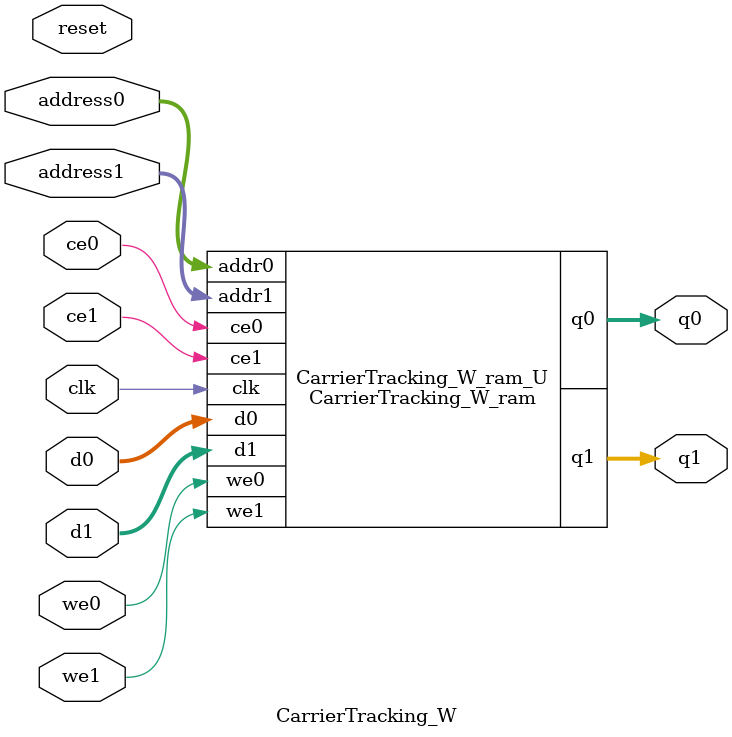
<source format=v>
`timescale 1 ns / 1 ps
module CarrierTracking_W_ram (addr0, ce0, d0, we0, q0, addr1, ce1, d1, we1, q1,  clk);

parameter DWIDTH = 32;
parameter AWIDTH = 16;
parameter MEM_SIZE = 60000;

input[AWIDTH-1:0] addr0;
input ce0;
input[DWIDTH-1:0] d0;
input we0;
output reg[DWIDTH-1:0] q0;
input[AWIDTH-1:0] addr1;
input ce1;
input[DWIDTH-1:0] d1;
input we1;
output reg[DWIDTH-1:0] q1;
input clk;

(* ram_style = "block" *)reg [DWIDTH-1:0] ram[0:MEM_SIZE-1];




always @(posedge clk)  
begin 
    if (ce0) begin
        if (we0) 
            ram[addr0] <= d0; 
        q0 <= ram[addr0];
    end
end


always @(posedge clk)  
begin 
    if (ce1) begin
        if (we1) 
            ram[addr1] <= d1; 
        q1 <= ram[addr1];
    end
end


endmodule

`timescale 1 ns / 1 ps
module CarrierTracking_W(
    reset,
    clk,
    address0,
    ce0,
    we0,
    d0,
    q0,
    address1,
    ce1,
    we1,
    d1,
    q1);

parameter DataWidth = 32'd32;
parameter AddressRange = 32'd60000;
parameter AddressWidth = 32'd16;
input reset;
input clk;
input[AddressWidth - 1:0] address0;
input ce0;
input we0;
input[DataWidth - 1:0] d0;
output[DataWidth - 1:0] q0;
input[AddressWidth - 1:0] address1;
input ce1;
input we1;
input[DataWidth - 1:0] d1;
output[DataWidth - 1:0] q1;



CarrierTracking_W_ram CarrierTracking_W_ram_U(
    .clk( clk ),
    .addr0( address0 ),
    .ce0( ce0 ),
    .we0( we0 ),
    .d0( d0 ),
    .q0( q0 ),
    .addr1( address1 ),
    .ce1( ce1 ),
    .we1( we1 ),
    .d1( d1 ),
    .q1( q1 ));

endmodule


</source>
